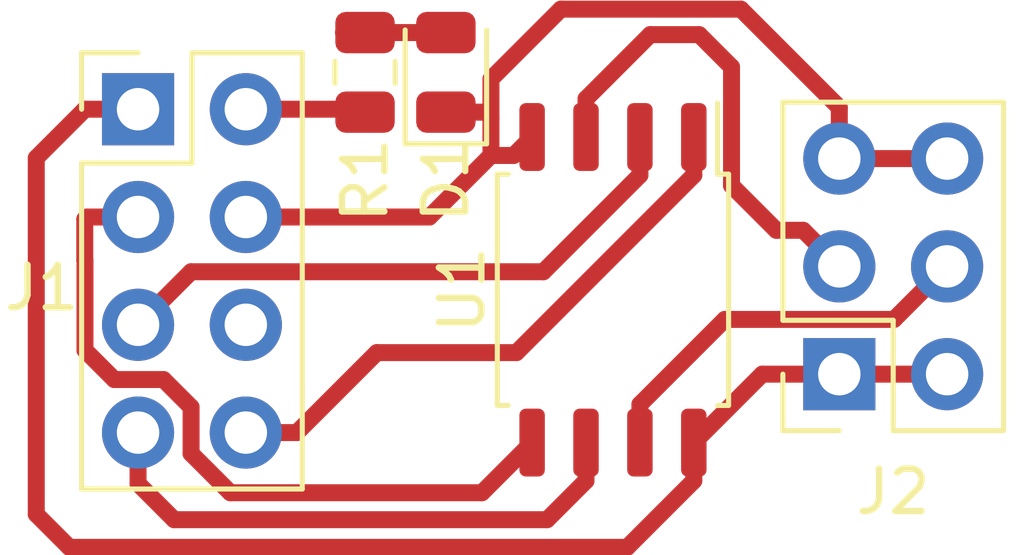
<source format=kicad_pcb>
(kicad_pcb (version 20171130) (host pcbnew 5.1.2-1.fc30)

  (general
    (thickness 1.6)
    (drawings 0)
    (tracks 65)
    (zones 0)
    (modules 5)
    (nets 12)
  )

  (page A4)
  (layers
    (0 F.Cu signal)
    (31 B.Cu signal hide)
    (32 B.Adhes user hide)
    (33 F.Adhes user)
    (34 B.Paste user hide)
    (35 F.Paste user hide)
    (36 B.SilkS user hide)
    (37 F.SilkS user)
    (38 B.Mask user hide)
    (39 F.Mask user)
    (40 Dwgs.User user hide)
    (41 Cmts.User user hide)
    (42 Eco1.User user hide)
    (43 Eco2.User user hide)
    (44 Edge.Cuts user hide)
    (45 Margin user hide)
    (46 B.CrtYd user hide)
    (47 F.CrtYd user hide)
    (48 B.Fab user hide)
    (49 F.Fab user hide)
  )

  (setup
    (last_trace_width 0.25)
    (user_trace_width 0.4)
    (trace_clearance 0.2)
    (zone_clearance 0.508)
    (zone_45_only no)
    (trace_min 0.2)
    (via_size 0.8)
    (via_drill 0.4)
    (via_min_size 0.4)
    (via_min_drill 0.3)
    (uvia_size 0.3)
    (uvia_drill 0.1)
    (uvias_allowed no)
    (uvia_min_size 0.2)
    (uvia_min_drill 0.1)
    (edge_width 0.05)
    (segment_width 0.2)
    (pcb_text_width 0.3)
    (pcb_text_size 1.5 1.5)
    (mod_edge_width 0.12)
    (mod_text_size 1 1)
    (mod_text_width 0.15)
    (pad_size 1.524 1.524)
    (pad_drill 0.762)
    (pad_to_mask_clearance 0.051)
    (solder_mask_min_width 0.25)
    (aux_axis_origin 0 0)
    (visible_elements FFFFFF7F)
    (pcbplotparams
      (layerselection 0x010ff_ffffffff)
      (usegerberextensions false)
      (usegerberattributes false)
      (usegerberadvancedattributes false)
      (creategerberjobfile false)
      (excludeedgelayer true)
      (linewidth 0.100000)
      (plotframeref false)
      (viasonmask false)
      (mode 1)
      (useauxorigin false)
      (hpglpennumber 1)
      (hpglpenspeed 20)
      (hpglpendiameter 15.000000)
      (psnegative false)
      (psa4output false)
      (plotreference true)
      (plotvalue true)
      (plotinvisibletext false)
      (padsonsilk false)
      (subtractmaskfromsilk false)
      (outputformat 1)
      (mirror false)
      (drillshape 0)
      (scaleselection 1)
      (outputdirectory "./"))
  )

  (net 0 "")
  (net 1 "Net-(D1-Pad2)")
  (net 2 GND)
  (net 3 "Net-(J1-Pad8)")
  (net 4 "Net-(J1-Pad7)")
  (net 5 "Net-(J1-Pad6)")
  (net 6 "Net-(J1-Pad5)")
  (net 7 "Net-(J1-Pad3)")
  (net 8 "Net-(J1-Pad2)")
  (net 9 +5V)
  (net 10 "Net-(J2-Pad4)")
  (net 11 "Net-(J2-Pad3)")

  (net_class Default "This is the default net class."
    (clearance 0.2)
    (trace_width 0.25)
    (via_dia 0.8)
    (via_drill 0.4)
    (uvia_dia 0.3)
    (uvia_drill 0.1)
    (add_net +5V)
    (add_net GND)
    (add_net "Net-(D1-Pad2)")
    (add_net "Net-(J1-Pad2)")
    (add_net "Net-(J1-Pad3)")
    (add_net "Net-(J1-Pad5)")
    (add_net "Net-(J1-Pad6)")
    (add_net "Net-(J1-Pad7)")
    (add_net "Net-(J1-Pad8)")
    (add_net "Net-(J2-Pad3)")
    (add_net "Net-(J2-Pad4)")
  )

  (module Connector_PinSocket_2.54mm:PinSocket_2x03_P2.54mm_Vertical (layer F.Cu) (tedit 5A19A425) (tstamp 5CF987FC)
    (at 96.52 114.3 180)
    (descr "Through hole straight socket strip, 2x03, 2.54mm pitch, double cols (from Kicad 4.0.7), script generated")
    (tags "Through hole socket strip THT 2x03 2.54mm double row")
    (path /5CF9412F)
    (fp_text reference J2 (at -1.27 -2.77) (layer F.SilkS)
      (effects (font (size 1 1) (thickness 0.15)))
    )
    (fp_text value Jumper_wp/hold (at -4.699 1.397 90) (layer F.Fab)
      (effects (font (size 1 1) (thickness 0.15)))
    )
    (fp_text user %R (at -1.27 2.54 180) (layer F.Fab)
      (effects (font (size 1 1) (thickness 0.15)))
    )
    (fp_line (start -4.34 6.85) (end -4.34 -1.8) (layer F.CrtYd) (width 0.05))
    (fp_line (start 1.76 6.85) (end -4.34 6.85) (layer F.CrtYd) (width 0.05))
    (fp_line (start 1.76 -1.8) (end 1.76 6.85) (layer F.CrtYd) (width 0.05))
    (fp_line (start -4.34 -1.8) (end 1.76 -1.8) (layer F.CrtYd) (width 0.05))
    (fp_line (start 0 -1.33) (end 1.33 -1.33) (layer F.SilkS) (width 0.12))
    (fp_line (start 1.33 -1.33) (end 1.33 0) (layer F.SilkS) (width 0.12))
    (fp_line (start -1.27 -1.33) (end -1.27 1.27) (layer F.SilkS) (width 0.12))
    (fp_line (start -1.27 1.27) (end 1.33 1.27) (layer F.SilkS) (width 0.12))
    (fp_line (start 1.33 1.27) (end 1.33 6.41) (layer F.SilkS) (width 0.12))
    (fp_line (start -3.87 6.41) (end 1.33 6.41) (layer F.SilkS) (width 0.12))
    (fp_line (start -3.87 -1.33) (end -3.87 6.41) (layer F.SilkS) (width 0.12))
    (fp_line (start -3.87 -1.33) (end -1.27 -1.33) (layer F.SilkS) (width 0.12))
    (fp_line (start -3.81 6.35) (end -3.81 -1.27) (layer F.Fab) (width 0.1))
    (fp_line (start 1.27 6.35) (end -3.81 6.35) (layer F.Fab) (width 0.1))
    (fp_line (start 1.27 -0.27) (end 1.27 6.35) (layer F.Fab) (width 0.1))
    (fp_line (start 0.27 -1.27) (end 1.27 -0.27) (layer F.Fab) (width 0.1))
    (fp_line (start -3.81 -1.27) (end 0.27 -1.27) (layer F.Fab) (width 0.1))
    (pad 6 thru_hole oval (at -2.54 5.08 180) (size 1.7 1.7) (drill 1) (layers *.Cu *.Mask)
      (net 2 GND))
    (pad 5 thru_hole oval (at 0 5.08 180) (size 1.7 1.7) (drill 1) (layers *.Cu *.Mask)
      (net 2 GND))
    (pad 4 thru_hole oval (at -2.54 2.54 180) (size 1.7 1.7) (drill 1) (layers *.Cu *.Mask)
      (net 10 "Net-(J2-Pad4)"))
    (pad 3 thru_hole oval (at 0 2.54 180) (size 1.7 1.7) (drill 1) (layers *.Cu *.Mask)
      (net 11 "Net-(J2-Pad3)"))
    (pad 2 thru_hole oval (at -2.54 0 180) (size 1.7 1.7) (drill 1) (layers *.Cu *.Mask)
      (net 9 +5V))
    (pad 1 thru_hole rect (at 0 0 180) (size 1.7 1.7) (drill 1) (layers *.Cu *.Mask)
      (net 9 +5V))
    (model ${KISYS3DMOD}/Connector_PinSocket_2.54mm.3dshapes/PinSocket_2x03_P2.54mm_Vertical.wrl
      (at (xyz 0 0 0))
      (scale (xyz 1 1 1))
      (rotate (xyz 0 0 0))
    )
  )

  (module Connector_PinHeader_2.54mm:PinHeader_2x04_P2.54mm_Vertical (layer F.Cu) (tedit 59FED5CC) (tstamp 5CF996C5)
    (at 79.99476 108.05668)
    (descr "Through hole straight pin header, 2x04, 2.54mm pitch, double rows")
    (tags "Through hole pin header THT 2x04 2.54mm double row")
    (path /5CF94F52)
    (fp_text reference J1 (at -2.27076 4.21132) (layer F.SilkS)
      (effects (font (size 1 1) (thickness 0.15)))
    )
    (fp_text value Opi_conn_1 (at 4.58724 6.87832 90) (layer F.Fab)
      (effects (font (size 1 1) (thickness 0.15)))
    )
    (fp_text user %R (at 1.27 3.81 90) (layer F.Fab)
      (effects (font (size 1 1) (thickness 0.15)))
    )
    (fp_line (start 4.35 -1.8) (end -1.8 -1.8) (layer F.CrtYd) (width 0.05))
    (fp_line (start 4.35 9.4) (end 4.35 -1.8) (layer F.CrtYd) (width 0.05))
    (fp_line (start -1.8 9.4) (end 4.35 9.4) (layer F.CrtYd) (width 0.05))
    (fp_line (start -1.8 -1.8) (end -1.8 9.4) (layer F.CrtYd) (width 0.05))
    (fp_line (start -1.33 -1.33) (end 0 -1.33) (layer F.SilkS) (width 0.12))
    (fp_line (start -1.33 0) (end -1.33 -1.33) (layer F.SilkS) (width 0.12))
    (fp_line (start 1.27 -1.33) (end 3.87 -1.33) (layer F.SilkS) (width 0.12))
    (fp_line (start 1.27 1.27) (end 1.27 -1.33) (layer F.SilkS) (width 0.12))
    (fp_line (start -1.33 1.27) (end 1.27 1.27) (layer F.SilkS) (width 0.12))
    (fp_line (start 3.87 -1.33) (end 3.87 8.95) (layer F.SilkS) (width 0.12))
    (fp_line (start -1.33 1.27) (end -1.33 8.95) (layer F.SilkS) (width 0.12))
    (fp_line (start -1.33 8.95) (end 3.87 8.95) (layer F.SilkS) (width 0.12))
    (fp_line (start -1.27 0) (end 0 -1.27) (layer F.Fab) (width 0.1))
    (fp_line (start -1.27 8.89) (end -1.27 0) (layer F.Fab) (width 0.1))
    (fp_line (start 3.81 8.89) (end -1.27 8.89) (layer F.Fab) (width 0.1))
    (fp_line (start 3.81 -1.27) (end 3.81 8.89) (layer F.Fab) (width 0.1))
    (fp_line (start 0 -1.27) (end 3.81 -1.27) (layer F.Fab) (width 0.1))
    (pad 8 thru_hole oval (at 2.54 7.62) (size 1.7 1.7) (drill 1) (layers *.Cu *.Mask)
      (net 3 "Net-(J1-Pad8)"))
    (pad 7 thru_hole oval (at 0 7.62) (size 1.7 1.7) (drill 1) (layers *.Cu *.Mask)
      (net 4 "Net-(J1-Pad7)"))
    (pad 6 thru_hole oval (at 2.54 5.08) (size 1.7 1.7) (drill 1) (layers *.Cu *.Mask)
      (net 5 "Net-(J1-Pad6)"))
    (pad 5 thru_hole oval (at 0 5.08) (size 1.7 1.7) (drill 1) (layers *.Cu *.Mask)
      (net 6 "Net-(J1-Pad5)"))
    (pad 4 thru_hole oval (at 2.54 2.54) (size 1.7 1.7) (drill 1) (layers *.Cu *.Mask)
      (net 2 GND))
    (pad 3 thru_hole oval (at 0 2.54) (size 1.7 1.7) (drill 1) (layers *.Cu *.Mask)
      (net 7 "Net-(J1-Pad3)"))
    (pad 2 thru_hole oval (at 2.54 0) (size 1.7 1.7) (drill 1) (layers *.Cu *.Mask)
      (net 8 "Net-(J1-Pad2)"))
    (pad 1 thru_hole rect (at 0 0) (size 1.7 1.7) (drill 1) (layers *.Cu *.Mask)
      (net 9 +5V))
    (model ${KISYS3DMOD}/Connector_PinHeader_2.54mm.3dshapes/PinHeader_2x04_P2.54mm_Vertical.wrl
      (at (xyz 0 0 0))
      (scale (xyz 1 1 1))
      (rotate (xyz 0 0 0))
    )
  )

  (module LED_SMD:LED_0805_2012Metric (layer F.Cu) (tedit 5B36C52C) (tstamp 5CF987C2)
    (at 87.249 107.188 90)
    (descr "LED SMD 0805 (2012 Metric), square (rectangular) end terminal, IPC_7351 nominal, (Body size source: https://docs.google.com/spreadsheets/d/1BsfQQcO9C6DZCsRaXUlFlo91Tg2WpOkGARC1WS5S8t0/edit?usp=sharing), generated with kicad-footprint-generator")
    (tags diode)
    (path /5CFABAE8)
    (attr smd)
    (fp_text reference D1 (at -2.54 0 90) (layer F.SilkS)
      (effects (font (size 1 1) (thickness 0.15)))
    )
    (fp_text value LED (at 1.27 2.159 180) (layer F.Fab)
      (effects (font (size 1 1) (thickness 0.15)))
    )
    (fp_text user %R (at 0 0 90) (layer F.Fab)
      (effects (font (size 0.5 0.5) (thickness 0.08)))
    )
    (fp_line (start 1.68 0.95) (end -1.68 0.95) (layer F.CrtYd) (width 0.05))
    (fp_line (start 1.68 -0.95) (end 1.68 0.95) (layer F.CrtYd) (width 0.05))
    (fp_line (start -1.68 -0.95) (end 1.68 -0.95) (layer F.CrtYd) (width 0.05))
    (fp_line (start -1.68 0.95) (end -1.68 -0.95) (layer F.CrtYd) (width 0.05))
    (fp_line (start -1.685 0.96) (end 1 0.96) (layer F.SilkS) (width 0.12))
    (fp_line (start -1.685 -0.96) (end -1.685 0.96) (layer F.SilkS) (width 0.12))
    (fp_line (start 1 -0.96) (end -1.685 -0.96) (layer F.SilkS) (width 0.12))
    (fp_line (start 1 0.6) (end 1 -0.6) (layer F.Fab) (width 0.1))
    (fp_line (start -1 0.6) (end 1 0.6) (layer F.Fab) (width 0.1))
    (fp_line (start -1 -0.3) (end -1 0.6) (layer F.Fab) (width 0.1))
    (fp_line (start -0.7 -0.6) (end -1 -0.3) (layer F.Fab) (width 0.1))
    (fp_line (start 1 -0.6) (end -0.7 -0.6) (layer F.Fab) (width 0.1))
    (pad 2 smd roundrect (at 0.9375 0 90) (size 0.975 1.4) (layers F.Cu F.Paste F.Mask) (roundrect_rratio 0.25)
      (net 1 "Net-(D1-Pad2)"))
    (pad 1 smd roundrect (at -0.9375 0 90) (size 0.975 1.4) (layers F.Cu F.Paste F.Mask) (roundrect_rratio 0.25)
      (net 2 GND))
    (model ${KISYS3DMOD}/LED_SMD.3dshapes/LED_0805_2012Metric.wrl
      (at (xyz 0 0 0))
      (scale (xyz 1 1 1))
      (rotate (xyz 0 0 0))
    )
  )

  (module Package_SO:SOIC-8_5.23x5.23mm_P1.27mm (layer F.Cu) (tedit 5C9033D8) (tstamp 5CF9883D)
    (at 91.186 112.312 270)
    (descr "SOIC, 8 Pin (http://www.winbond.com/resource-files/w25q32jv%20revg%2003272018%20plus.pdf#page=68), generated with kicad-footprint-generator ipc_gullwing_generator.py")
    (tags "SOIC SO")
    (path /5CF92F74)
    (attr smd)
    (fp_text reference U1 (at 0 3.556 90) (layer F.SilkS)
      (effects (font (size 1 1) (thickness 0.15)))
    )
    (fp_text value W25Qxxxx (at 2.75 3.429 270) (layer F.Fab)
      (effects (font (size 1 1) (thickness 0.15)))
    )
    (fp_text user %R (at 0 0 270) (layer F.Fab)
      (effects (font (size 1 1) (thickness 0.15)))
    )
    (fp_line (start 4.65 -2.86) (end -4.65 -2.86) (layer F.CrtYd) (width 0.05))
    (fp_line (start 4.65 2.86) (end 4.65 -2.86) (layer F.CrtYd) (width 0.05))
    (fp_line (start -4.65 2.86) (end 4.65 2.86) (layer F.CrtYd) (width 0.05))
    (fp_line (start -4.65 -2.86) (end -4.65 2.86) (layer F.CrtYd) (width 0.05))
    (fp_line (start -2.615 -1.615) (end -1.615 -2.615) (layer F.Fab) (width 0.1))
    (fp_line (start -2.615 2.615) (end -2.615 -1.615) (layer F.Fab) (width 0.1))
    (fp_line (start 2.615 2.615) (end -2.615 2.615) (layer F.Fab) (width 0.1))
    (fp_line (start 2.615 -2.615) (end 2.615 2.615) (layer F.Fab) (width 0.1))
    (fp_line (start -1.615 -2.615) (end 2.615 -2.615) (layer F.Fab) (width 0.1))
    (fp_line (start -2.725 -2.465) (end -4.4 -2.465) (layer F.SilkS) (width 0.12))
    (fp_line (start -2.725 -2.725) (end -2.725 -2.465) (layer F.SilkS) (width 0.12))
    (fp_line (start 0 -2.725) (end -2.725 -2.725) (layer F.SilkS) (width 0.12))
    (fp_line (start 2.725 -2.725) (end 2.725 -2.465) (layer F.SilkS) (width 0.12))
    (fp_line (start 0 -2.725) (end 2.725 -2.725) (layer F.SilkS) (width 0.12))
    (fp_line (start -2.725 2.725) (end -2.725 2.465) (layer F.SilkS) (width 0.12))
    (fp_line (start 0 2.725) (end -2.725 2.725) (layer F.SilkS) (width 0.12))
    (fp_line (start 2.725 2.725) (end 2.725 2.465) (layer F.SilkS) (width 0.12))
    (fp_line (start 0 2.725) (end 2.725 2.725) (layer F.SilkS) (width 0.12))
    (pad 8 smd roundrect (at 3.6 -1.905 270) (size 1.6 0.6) (layers F.Cu F.Paste F.Mask) (roundrect_rratio 0.25)
      (net 9 +5V))
    (pad 7 smd roundrect (at 3.6 -0.635 270) (size 1.6 0.6) (layers F.Cu F.Paste F.Mask) (roundrect_rratio 0.25)
      (net 10 "Net-(J2-Pad4)"))
    (pad 6 smd roundrect (at 3.6 0.635 270) (size 1.6 0.6) (layers F.Cu F.Paste F.Mask) (roundrect_rratio 0.25)
      (net 4 "Net-(J1-Pad7)"))
    (pad 5 smd roundrect (at 3.6 1.905 270) (size 1.6 0.6) (layers F.Cu F.Paste F.Mask) (roundrect_rratio 0.25)
      (net 7 "Net-(J1-Pad3)"))
    (pad 4 smd roundrect (at -3.6 1.905 270) (size 1.6 0.6) (layers F.Cu F.Paste F.Mask) (roundrect_rratio 0.25)
      (net 2 GND))
    (pad 3 smd roundrect (at -3.6 0.635 270) (size 1.6 0.6) (layers F.Cu F.Paste F.Mask) (roundrect_rratio 0.25)
      (net 11 "Net-(J2-Pad3)"))
    (pad 2 smd roundrect (at -3.6 -0.635 270) (size 1.6 0.6) (layers F.Cu F.Paste F.Mask) (roundrect_rratio 0.25)
      (net 6 "Net-(J1-Pad5)"))
    (pad 1 smd roundrect (at -3.6 -1.905 270) (size 1.6 0.6) (layers F.Cu F.Paste F.Mask) (roundrect_rratio 0.25)
      (net 3 "Net-(J1-Pad8)"))
    (model ${KISYS3DMOD}/Package_SO.3dshapes/SOIC-8_5.23x5.23mm_P1.27mm.wrl
      (at (xyz 0 0 0))
      (scale (xyz 1 1 1))
      (rotate (xyz 0 0 0))
    )
  )

  (module Resistor_SMD:R_0805_2012Metric (layer F.Cu) (tedit 5B36C52B) (tstamp 5CF9881E)
    (at 85.344 107.188 270)
    (descr "Resistor SMD 0805 (2012 Metric), square (rectangular) end terminal, IPC_7351 nominal, (Body size source: https://docs.google.com/spreadsheets/d/1BsfQQcO9C6DZCsRaXUlFlo91Tg2WpOkGARC1WS5S8t0/edit?usp=sharing), generated with kicad-footprint-generator")
    (tags resistor)
    (path /5CFAB579)
    (attr smd)
    (fp_text reference R1 (at 2.54 0 90) (layer F.SilkS)
      (effects (font (size 1 1) (thickness 0.15)))
    )
    (fp_text value R_Small (at -1.27 3.937 180) (layer F.Fab)
      (effects (font (size 1 1) (thickness 0.15)))
    )
    (fp_text user %R (at 0 0 90) (layer F.Fab)
      (effects (font (size 0.5 0.5) (thickness 0.08)))
    )
    (fp_line (start 1.68 0.95) (end -1.68 0.95) (layer F.CrtYd) (width 0.05))
    (fp_line (start 1.68 -0.95) (end 1.68 0.95) (layer F.CrtYd) (width 0.05))
    (fp_line (start -1.68 -0.95) (end 1.68 -0.95) (layer F.CrtYd) (width 0.05))
    (fp_line (start -1.68 0.95) (end -1.68 -0.95) (layer F.CrtYd) (width 0.05))
    (fp_line (start -0.258578 0.71) (end 0.258578 0.71) (layer F.SilkS) (width 0.12))
    (fp_line (start -0.258578 -0.71) (end 0.258578 -0.71) (layer F.SilkS) (width 0.12))
    (fp_line (start 1 0.6) (end -1 0.6) (layer F.Fab) (width 0.1))
    (fp_line (start 1 -0.6) (end 1 0.6) (layer F.Fab) (width 0.1))
    (fp_line (start -1 -0.6) (end 1 -0.6) (layer F.Fab) (width 0.1))
    (fp_line (start -1 0.6) (end -1 -0.6) (layer F.Fab) (width 0.1))
    (pad 2 smd roundrect (at 0.9375 0 270) (size 0.975 1.4) (layers F.Cu F.Paste F.Mask) (roundrect_rratio 0.25)
      (net 8 "Net-(J1-Pad2)"))
    (pad 1 smd roundrect (at -0.9375 0 270) (size 0.975 1.4) (layers F.Cu F.Paste F.Mask) (roundrect_rratio 0.25)
      (net 1 "Net-(D1-Pad2)"))
    (model ${KISYS3DMOD}/Resistor_SMD.3dshapes/R_0805_2012Metric.wrl
      (at (xyz 0 0 0))
      (scale (xyz 1 1 1))
      (rotate (xyz 0 0 0))
    )
  )

  (segment (start 84.836 106.2505) (end 86.868 106.2505) (width 0.4) (layer F.Cu) (net 1))
  (segment (start 83.736841 110.59668) (end 82.53476 110.59668) (width 0.4) (layer F.Cu) (net 2))
  (segment (start 86.8604 110.59668) (end 83.736841 110.59668) (width 0.4) (layer F.Cu) (net 2))
  (segment (start 88.31072 109.14636) (end 86.8604 110.59668) (width 0.4) (layer F.Cu) (net 2))
  (segment (start 88.31072 108.24636) (end 88.31072 109.14636) (width 0.4) (layer F.Cu) (net 2))
  (segment (start 88.18986 108.1255) (end 88.31072 108.24636) (width 0.4) (layer F.Cu) (net 2))
  (segment (start 86.868 108.1255) (end 88.18986 108.1255) (width 0.4) (layer F.Cu) (net 2))
  (segment (start 96.52 109.22) (end 99.06 109.22) (width 0.4) (layer F.Cu) (net 2))
  (segment (start 88.84664 109.14636) (end 89.281 108.712) (width 0.4) (layer F.Cu) (net 2))
  (segment (start 88.31072 109.14636) (end 88.84664 109.14636) (width 0.4) (layer F.Cu) (net 2))
  (segment (start 96.52 108.017919) (end 94.201071 105.69899) (width 0.4) (layer F.Cu) (net 2))
  (segment (start 88.31072 107.34636) (end 88.31072 108.24636) (width 0.4) (layer F.Cu) (net 2))
  (segment (start 96.52 109.22) (end 96.52 108.017919) (width 0.4) (layer F.Cu) (net 2))
  (segment (start 89.95809 105.69899) (end 88.31072 107.34636) (width 0.4) (layer F.Cu) (net 2))
  (segment (start 94.201071 105.69899) (end 89.95809 105.69899) (width 0.4) (layer F.Cu) (net 2))
  (segment (start 88.911 113.792) (end 93.091 109.612) (width 0.4) (layer F.Cu) (net 3))
  (segment (start 93.091 109.612) (end 93.091 108.712) (width 0.4) (layer F.Cu) (net 3))
  (segment (start 85.621521 113.792) (end 88.911 113.792) (width 0.4) (layer F.Cu) (net 3))
  (segment (start 83.736841 115.67668) (end 85.621521 113.792) (width 0.4) (layer F.Cu) (net 3))
  (segment (start 82.53476 115.67668) (end 83.736841 115.67668) (width 0.4) (layer F.Cu) (net 3))
  (segment (start 90.551 116.812) (end 90.551 115.912) (width 0.4) (layer F.Cu) (net 4))
  (segment (start 89.634 117.729) (end 90.551 116.812) (width 0.4) (layer F.Cu) (net 4))
  (segment (start 80.844999 117.729) (end 89.634 117.729) (width 0.4) (layer F.Cu) (net 4))
  (segment (start 79.99476 116.878761) (end 80.844999 117.729) (width 0.4) (layer F.Cu) (net 4))
  (segment (start 79.99476 115.67668) (end 79.99476 116.878761) (width 0.4) (layer F.Cu) (net 4))
  (segment (start 89.546321 111.886679) (end 81.244761 111.886679) (width 0.4) (layer F.Cu) (net 6))
  (segment (start 81.244761 111.886679) (end 79.99476 113.13668) (width 0.4) (layer F.Cu) (net 6))
  (segment (start 91.821 109.612) (end 89.546321 111.886679) (width 0.4) (layer F.Cu) (net 6))
  (segment (start 91.821 108.712) (end 91.821 109.612) (width 0.4) (layer F.Cu) (net 6))
  (segment (start 88.099 117.094) (end 89.281 115.912) (width 0.4) (layer F.Cu) (net 7))
  (segment (start 81.244761 115.076679) (end 81.244761 116.169761) (width 0.4) (layer F.Cu) (net 7))
  (segment (start 80.594761 114.426679) (end 81.244761 115.076679) (width 0.4) (layer F.Cu) (net 7))
  (segment (start 82.169 117.094) (end 88.099 117.094) (width 0.4) (layer F.Cu) (net 7))
  (segment (start 81.244761 116.169761) (end 82.169 117.094) (width 0.4) (layer F.Cu) (net 7))
  (segment (start 79.99476 110.59668) (end 78.792679 110.59668) (width 0.4) (layer F.Cu) (net 7))
  (segment (start 79.434757 114.426679) (end 80.594761 114.426679) (width 0.4) (layer F.Cu) (net 7))
  (segment (start 78.74 110.649359) (end 78.74 111.623482) (width 0.4) (layer F.Cu) (net 7))
  (segment (start 78.74 111.623482) (end 78.744759 111.628241) (width 0.4) (layer F.Cu) (net 7))
  (segment (start 78.744759 111.628241) (end 78.744759 113.736681) (width 0.4) (layer F.Cu) (net 7))
  (segment (start 78.792679 110.59668) (end 78.74 110.649359) (width 0.4) (layer F.Cu) (net 7))
  (segment (start 78.744759 113.736681) (end 79.434757 114.426679) (width 0.4) (layer F.Cu) (net 7))
  (segment (start 84.76718 108.05668) (end 84.836 108.1255) (width 0.4) (layer F.Cu) (net 8))
  (segment (start 82.53476 108.05668) (end 84.76718 108.05668) (width 0.4) (layer F.Cu) (net 8))
  (segment (start 96.52 114.3) (end 99.06 114.3) (width 0.4) (layer F.Cu) (net 9))
  (segment (start 79.99476 108.05668) (end 78.74476 108.05668) (width 0.4) (layer F.Cu) (net 9))
  (segment (start 93.091 116.812) (end 93.091 115.912) (width 0.4) (layer F.Cu) (net 9))
  (segment (start 78.74476 108.05668) (end 77.597 109.20444) (width 0.4) (layer F.Cu) (net 9))
  (segment (start 77.597 117.602) (end 78.376009 118.381009) (width 0.4) (layer F.Cu) (net 9))
  (segment (start 78.376009 118.381009) (end 91.521991 118.381009) (width 0.4) (layer F.Cu) (net 9))
  (segment (start 77.597 109.20444) (end 77.597 117.602) (width 0.4) (layer F.Cu) (net 9))
  (segment (start 91.521991 118.381009) (end 93.091 116.812) (width 0.4) (layer F.Cu) (net 9))
  (segment (start 94.703 114.3) (end 93.091 115.912) (width 0.4) (layer F.Cu) (net 9))
  (segment (start 96.52 114.3) (end 94.703 114.3) (width 0.4) (layer F.Cu) (net 9))
  (segment (start 91.821 115.012) (end 91.821 115.912) (width 0.4) (layer F.Cu) (net 10))
  (segment (start 93.822999 113.010001) (end 91.821 115.012) (width 0.4) (layer F.Cu) (net 10))
  (segment (start 97.809999 113.010001) (end 93.822999 113.010001) (width 0.4) (layer F.Cu) (net 10))
  (segment (start 99.06 111.76) (end 97.809999 113.010001) (width 0.4) (layer F.Cu) (net 10))
  (segment (start 93.98 109.855) (end 95.035001 110.910001) (width 0.4) (layer F.Cu) (net 11))
  (segment (start 95.035001 110.910001) (end 95.670001 110.910001) (width 0.4) (layer F.Cu) (net 11))
  (segment (start 90.551 107.812) (end 92.064 106.299) (width 0.4) (layer F.Cu) (net 11))
  (segment (start 90.551 108.712) (end 90.551 107.812) (width 0.4) (layer F.Cu) (net 11))
  (segment (start 92.064 106.299) (end 93.218 106.299) (width 0.4) (layer F.Cu) (net 11))
  (segment (start 95.670001 110.910001) (end 96.52 111.76) (width 0.4) (layer F.Cu) (net 11))
  (segment (start 93.98 107.061) (end 93.98 109.855) (width 0.4) (layer F.Cu) (net 11))
  (segment (start 93.218 106.299) (end 93.98 107.061) (width 0.4) (layer F.Cu) (net 11))

)

</source>
